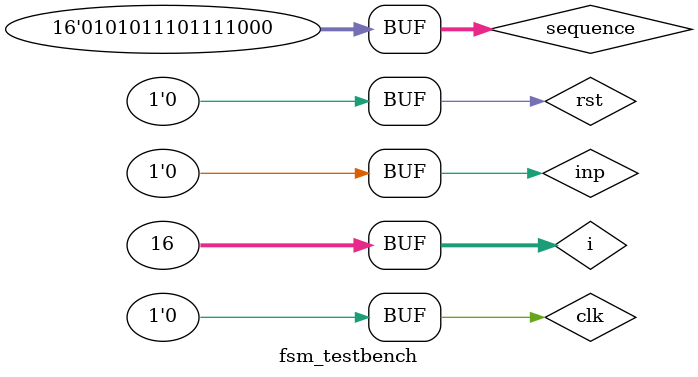
<source format=v>
module mealy_ooo(clk,rst,inp,out);
    
    input clk, rst, inp;
    output out;

    reg[1:0] state;
    reg out;

    always @(posedge clk, posedge rst)

    begin
    if(rst)
        begin
            state <= 2'b00;
            out <= 0;
        end
    else
        begin
            case(state)
            2'b00:
                begin
                    if(inp)
                        begin
                            state <= 2'b00;
                            out <= 0;
                        end
                    else
                        begin
                            state <= 2'b01;
                            out <=0;
                        end
                end
            2'b01:
                begin
                    if(inp)
                        begin
                            state <= 2'b00;
                            out <= 0;
                        end
                    else
                        begin
                            state <= 2'b10;
                            out <= 0;
                        end
                end
            2'b10:
                begin
                    if(inp)
                        begin
                            state <= 2'b00;
                            out <= 0;
                        end
                    else
                        begin
                            state <= 2'b10;
                            out <= 1;
                        end
                    end
            default: 
                begin
                    state <= 2'b00;
                    out <= 	0;
                end
            endcase
        end
        end
endmodule
		


module fsm_testbench;

    reg  clk, rst, inp;
    wire out;
    wire[1:0] state;
    reg[15:0] sequence;
    integer i;

    mealy_ooo dut( clk, rst, inp, out);

    initial
    begin
    $dumpfile("vcd/Mealy000Sequence.vcd");
    $dumpvars(0,fsm_testbench);
    $monitor("State = ", state, " Input = ", inp, ", Output = ", out);
    
        clk = 0;
        rst = 1;
        sequence = 16'b0101011101111000;
        #5 rst = 0;

        for( i = 0; i <= 15; i = i + 1)
        begin
            inp = sequence[i];
            #2 clk = 1;
            #2 clk = 0;
            
        end
    
    end
endmodule

</source>
